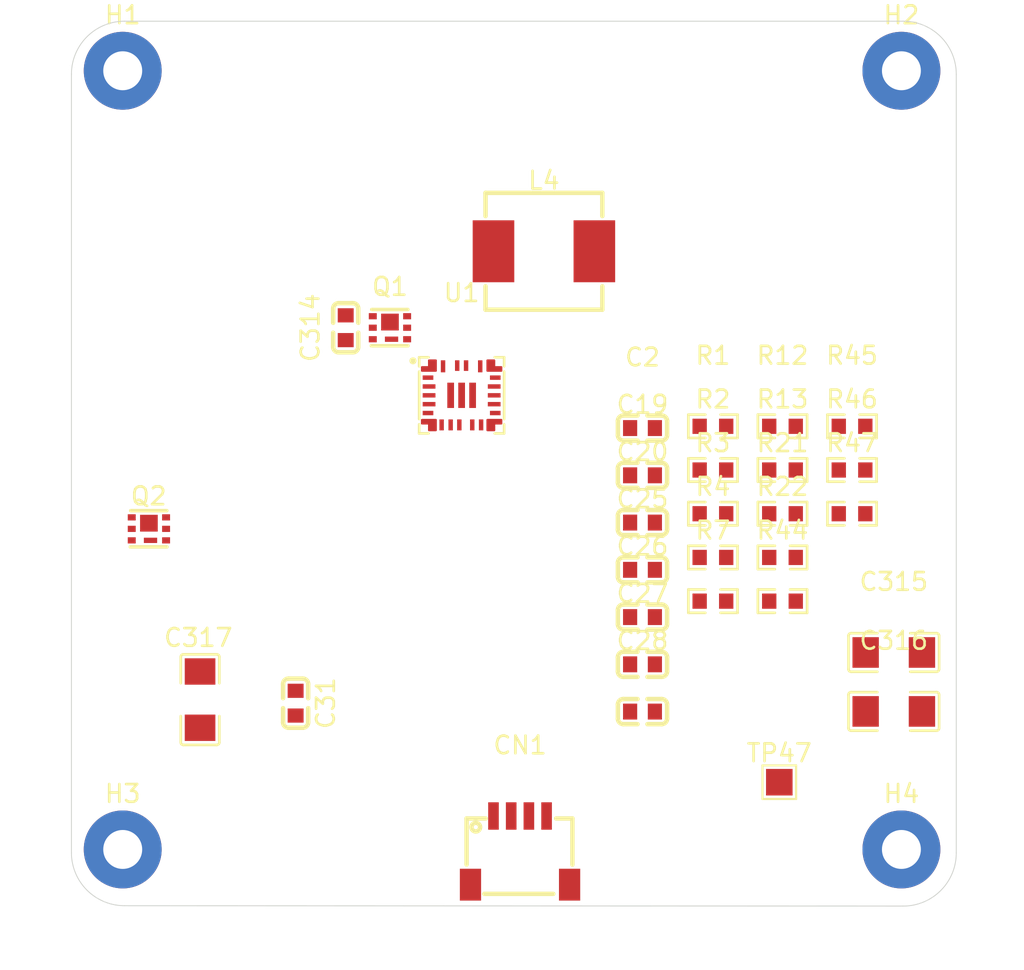
<source format=kicad_pcb>
(kicad_pcb (version 20241229) (generator "pcbnew") (generator_version "9.0")
  (layers (0 "F.Cu" signal) (2 "B.Cu" signal) (13 "F.Paste" user) (15 "B.Paste" user) (5 "F.SilkS" user "F.Silkscreen") (7 "B.SilkS" user "B.Silkscreen") (1 "F.Mask" user) (3 "B.Mask" user) (25 "Edge.Cuts" user))
  (net 0 "")
  (net 1 "/BOOT1")
  (net 2 "/TPS_SW1")
  (net 3 "/TPS_SW2")
  (net 4 "/BOOT2")
  (net 5 "/TPS_EN")
  (net 6 "GND_PURPLE")
  (net 7 "+5V")
  (net 8 "/COMP_TPS")
  (net 9 "Net-(C28-Pad1)")
  (net 10 "/VCC_TPS")
  (net 12 "/PURPLE_TPS_SDA")
  (net 13 "+3V3")
  (net 14 "GND")
  (net 16 "/PURPLE_TPS_SCL")
  (net 17 "/DR1H_R")
  (net 18 "Net-(Q2-G)")
  (net 19 "/DR1H")
  (net 20 "/DR1L")
  (net 21 "/VOUT_PURPLE_TPS")
  (net 22 "/PURPLE_CDC")
  (net 23 "/DITH")
  (net 24 "/TPS_MODE_SEL")
  (net 25 "/FSW")
  (net 26 "/ILIM_TPS")
  (net 27 "/FB_TPS")
  (net 28 "VIN")
  (footprint "TestPoint:TestPoint_Pad_1.5x1.5mm" (layer "F.Cu") (at 85 78)
    (property "Reference" "TP47" (at 0 -1.648 0) (layer "F.SilkS"))
    (property "Value" "TestPoint_Small")
    (fp_line (start -0.95 -0.95) (end 0.95 -0.95) (stroke (width 0.12)) (layer "F.SilkS"))
    (fp_line (start -0.95 0.95) (end -0.95 -0.95) (stroke (width 0.12)) (layer "F.SilkS"))
    (fp_line (start 0.95 -0.95) (end 0.95 0.95) (stroke (width 0.12)) (layer "F.SilkS"))
    (fp_line (start 0.95 0.95) (end -0.95 0.95) (stroke (width 0.12)) (layer "F.SilkS"))
    (pad "1" smd rect (at 0 0) (size 1.5 1.5) (layers "F.Cu" "F.Mask") (net 28 "VIN"))
  )
  (footprint "easyeda2kicad:R0603" (layer "F.Cu") (at 85.18 67.77)
    (property "Reference" "R44" (at 0 -4 0) (layer "F.SilkS"))
    (property "Value" "0603WAF1003T5E")
    (fp_line (start -1.39 -0.66) (end -0.43 -0.66) (stroke (width 0.15)) (layer "F.SilkS"))
    (fp_line (start -1.39 0.66) (end -1.39 -0.66) (stroke (width 0.15)) (layer "F.SilkS"))
    (fp_line (start -0.43 0.66) (end -1.39 0.66) (stroke (width 0.15)) (layer "F.SilkS"))
    (fp_line (start 0.43 0.66) (end 1.39 0.66) (stroke (width 0.15)) (layer "F.SilkS"))
    (fp_line (start 1.39 -0.66) (end 0.43 -0.66) (stroke (width 0.15)) (layer "F.SilkS"))
    (fp_line (start 1.39 0.66) (end 1.39 -0.66) (stroke (width 0.15)) (layer "F.SilkS"))
    (pad "1" smd rect (at -0.75 0) (size 0.81 0.86) (layers "F.Cu" "F.Mask" "F.Paste") (net 6 "GND_PURPLE"))
    (pad "2" smd rect (at 0.75 0) (size 0.81 0.86) (layers "F.Cu" "F.Mask" "F.Paste") (net 5 "/TPS_EN"))
  )
  (footprint "easyeda2kicad:R0603" (layer "F.Cu") (at 89.11 57.89)
    (property "Reference" "R45" (at 0 -4 0) (layer "F.SilkS"))
    (property "Value" "0603WAF1003T5E")
    (fp_line (start -1.39 -0.66) (end -0.43 -0.66) (stroke (width 0.15)) (layer "F.SilkS"))
    (fp_line (start -1.39 0.66) (end -1.39 -0.66) (stroke (width 0.15)) (layer "F.SilkS"))
    (fp_line (start -0.43 0.66) (end -1.39 0.66) (stroke (width 0.15)) (layer "F.SilkS"))
    (fp_line (start 0.43 0.66) (end 1.39 0.66) (stroke (width 0.15)) (layer "F.SilkS"))
    (fp_line (start 1.39 -0.66) (end 0.43 -0.66) (stroke (width 0.15)) (layer "F.SilkS"))
    (fp_line (start 1.39 0.66) (end 1.39 -0.66) (stroke (width 0.15)) (layer "F.SilkS"))
    (pad "1" smd rect (at -0.75 0) (size 0.81 0.86) (layers "F.Cu" "F.Mask" "F.Paste") (net 27 "/FB_TPS"))
    (pad "2" smd rect (at 0.75 0) (size 0.81 0.86) (layers "F.Cu" "F.Mask" "F.Paste") (net 7 "+5V"))
  )
  (footprint "easyeda2kicad:R0603" (layer "F.Cu") (at 81.25 67.77)
    (property "Reference" "R7" (at 0 -4 0) (layer "F.SilkS"))
    (property "Value" "RC0603JR-070RL")
    (fp_line (start -1.39 -0.66) (end -0.43 -0.66) (stroke (width 0.15)) (layer "F.SilkS"))
    (fp_line (start -1.39 0.66) (end -1.39 -0.66) (stroke (width 0.15)) (layer "F.SilkS"))
    (fp_line (start -0.43 0.66) (end -1.39 0.66) (stroke (width 0.15)) (layer "F.SilkS"))
    (fp_line (start 0.43 0.66) (end 1.39 0.66) (stroke (width 0.15)) (layer "F.SilkS"))
    (fp_line (start 1.39 -0.66) (end 0.43 -0.66) (stroke (width 0.15)) (layer "F.SilkS"))
    (fp_line (start 1.39 0.66) (end 1.39 -0.66) (stroke (width 0.15)) (layer "F.SilkS"))
    (pad "1" smd rect (at -0.75 0) (size 0.81 0.86) (layers "F.Cu" "F.Mask" "F.Paste") (net 6 "GND_PURPLE"))
    (pad "2" smd rect (at 0.75 0) (size 0.81 0.86) (layers "F.Cu" "F.Mask" "F.Paste") (net 23 "/DITH"))
  )
  (footprint "easyeda2kicad:C0603" (layer "F.Cu") (at 77.27 71.34)
    (property "Reference" "C27" (at 0 -4 0) (layer "F.SilkS"))
    (property "Value" "CC0603JRNPO9BN390")
    (fp_line (start -1.39 0.4) (end -1.39 -0.4) (stroke (width 0.25)) (layer "F.SilkS"))
    (fp_line (start -0.28 -0.71) (end -1.08 -0.71) (stroke (width 0.25)) (layer "F.SilkS"))
    (fp_line (start -0.28 0.71) (end -1.08 0.71) (stroke (width 0.25)) (layer "F.SilkS"))
    (fp_line (start 0.28 -0.71) (end 1.08 -0.71) (stroke (width 0.25)) (layer "F.SilkS"))
    (fp_line (start 0.28 0.71) (end 1.08 0.71) (stroke (width 0.25)) (layer "F.SilkS"))
    (fp_line (start 1.39 -0.4) (end 1.39 0.4) (stroke (width 0.25)) (layer "F.SilkS"))
    (fp_arc (start -1.39 -0.4) (mid -1.299203 -0.619203) (end -1.08 -0.71) (stroke (width 0.25)) (layer "F.SilkS"))
    (fp_arc (start -1.08 0.71) (mid -1.299203 0.619203) (end -1.39 0.4) (stroke (width 0.25)) (layer "F.SilkS"))
    (fp_arc (start 1.08 -0.71) (mid 1.299203 -0.619203) (end 1.39 -0.4) (stroke (width 0.25)) (layer "F.SilkS"))
    (fp_arc (start 1.39 0.4) (mid 1.299203 0.619203) (end 1.08 0.71) (stroke (width 0.25)) (layer "F.SilkS"))
    (pad "1" smd rect (at -0.7 0) (size 0.8 0.9) (layers "F.Cu" "F.Mask" "F.Paste") (net 6 "GND_PURPLE"))
    (pad "2" smd rect (at 0.7 0) (size 0.8 0.9) (layers "F.Cu" "F.Mask" "F.Paste") (net 8 "/COMP_TPS"))
  )
  (footprint "easyeda2kicad:C0603" (layer "F.Cu") (at 77.27 57.99)
    (property "Reference" "C2" (at 0 -4 0) (layer "F.SilkS"))
    (property "Value" "CC0603KRX7R9BB104")
    (fp_line (start -1.39 0.4) (end -1.39 -0.4) (stroke (width 0.25)) (layer "F.SilkS"))
    (fp_line (start -0.28 -0.71) (end -1.08 -0.71) (stroke (width 0.25)) (layer "F.SilkS"))
    (fp_line (start -0.28 0.71) (end -1.08 0.71) (stroke (width 0.25)) (layer "F.SilkS"))
    (fp_line (start 0.28 -0.71) (end 1.08 -0.71) (stroke (width 0.25)) (layer "F.SilkS"))
    (fp_line (start 0.28 0.71) (end 1.08 0.71) (stroke (width 0.25)) (layer "F.SilkS"))
    (fp_line (start 1.39 -0.4) (end 1.39 0.4) (stroke (width 0.25)) (layer "F.SilkS"))
    (fp_arc (start -1.39 -0.4) (mid -1.299203 -0.619203) (end -1.08 -0.71) (stroke (width 0.25)) (layer "F.SilkS"))
    (fp_arc (start -1.08 0.71) (mid -1.299203 0.619203) (end -1.39 0.4) (stroke (width 0.25)) (layer "F.SilkS"))
    (fp_arc (start 1.08 -0.71) (mid 1.299203 -0.619203) (end 1.39 -0.4) (stroke (width 0.25)) (layer "F.SilkS"))
    (fp_arc (start 1.39 0.4) (mid 1.299203 0.619203) (end 1.08 0.71) (stroke (width 0.25)) (layer "F.SilkS"))
    (pad "1" smd rect (at -0.7 0) (size 0.8 0.9) (layers "F.Cu" "F.Mask" "F.Paste") (net 1 "/BOOT1"))
    (pad "2" smd rect (at 0.7 0) (size 0.8 0.9) (layers "F.Cu" "F.Mask" "F.Paste") (net 2 "/TPS_SW1"))
  )
  (footprint "MountingHole:MountingHole_2.2mm_M2_Pad" (layer "F.Cu") (at 47.9 81.8)
    (property "Reference" "H3" (at 0 -3.15 0) (layer "F.SilkS"))
    (property "Value" "MountingHole_Pad")
    (pad "1" thru_hole circle (at 0 0) (size 4.4 4.4) (drill 2.2) (layers "*.Cu" "*.Mask") (net 14 "GND"))
  )
  (footprint "easyeda2kicad:C0603" (layer "F.Cu") (at 77.27 68.67)
    (property "Reference" "C26" (at 0 -4 0) (layer "F.SilkS"))
    (property "Value" "CL10A105KB8NNNC")
    (fp_line (start -1.39 0.4) (end -1.39 -0.4) (stroke (width 0.25)) (layer "F.SilkS"))
    (fp_line (start -0.28 -0.71) (end -1.08 -0.71) (stroke (width 0.25)) (layer "F.SilkS"))
    (fp_line (start -0.28 0.71) (end -1.08 0.71) (stroke (width 0.25)) (layer "F.SilkS"))
    (fp_line (start 0.28 -0.71) (end 1.08 -0.71) (stroke (width 0.25)) (layer "F.SilkS"))
    (fp_line (start 0.28 0.71) (end 1.08 0.71) (stroke (width 0.25)) (layer "F.SilkS"))
    (fp_line (start 1.39 -0.4) (end 1.39 0.4) (stroke (width 0.25)) (layer "F.SilkS"))
    (fp_arc (start -1.39 -0.4) (mid -1.299203 -0.619203) (end -1.08 -0.71) (stroke (width 0.25)) (layer "F.SilkS"))
    (fp_arc (start -1.08 0.71) (mid -1.299203 0.619203) (end -1.39 0.4) (stroke (width 0.25)) (layer "F.SilkS"))
    (fp_arc (start 1.08 -0.71) (mid 1.299203 -0.619203) (end 1.39 -0.4) (stroke (width 0.25)) (layer "F.SilkS"))
    (fp_arc (start 1.39 0.4) (mid 1.299203 0.619203) (end 1.08 0.71) (stroke (width 0.25)) (layer "F.SilkS"))
    (pad "1" smd rect (at -0.7 0) (size 0.8 0.9) (layers "F.Cu" "F.Mask" "F.Paste") (net 6 "GND_PURPLE"))
    (pad "2" smd rect (at 0.7 0) (size 0.8 0.9) (layers "F.Cu" "F.Mask" "F.Paste") (net 7 "+5V"))
  )
  (footprint "easyeda2kicad:C0603" (layer "F.Cu") (at 57.67 73.535 -90)
    (property "Reference" "C31" (at 0 -1.7 90) (layer "F.SilkS"))
    (property "Value" "CL10A475KO8NNNC")
    (fp_line (start -0.28 0.71) (end -1.08 0.71) (stroke (width 0.25)) (layer "F.SilkS"))
    (fp_line (start 0.28 0.71) (end 1.08 0.71) (stroke (width 0.25)) (layer "F.SilkS"))
    (fp_line (start -1.39 0.4) (end -1.39 -0.4) (stroke (width 0.25)) (layer "F.SilkS"))
    (fp_line (start 1.39 -0.4) (end 1.39 0.4) (stroke (width 0.25)) (layer "F.SilkS"))
    (fp_line (start -0.28 -0.71) (end -1.08 -0.71) (stroke (width 0.25)) (layer "F.SilkS"))
    (fp_line (start 0.28 -0.71) (end 1.08 -0.71) (stroke (width 0.25)) (layer "F.SilkS"))
    (fp_arc (start -1.08 0.71) (mid -1.299203 0.619203) (end -1.39 0.4) (stroke (width 0.25)) (layer "F.SilkS"))
    (fp_arc (start 1.39 0.4) (mid 1.299203 0.619203) (end 1.08 0.71) (stroke (width 0.25)) (layer "F.SilkS"))
    (fp_arc (start -1.39 -0.4) (mid -1.299203 -0.619203) (end -1.08 -0.71) (stroke (width 0.25)) (layer "F.SilkS"))
    (fp_arc (start 1.08 -0.71) (mid 1.299203 -0.619203) (end 1.39 -0.4) (stroke (width 0.25)) (layer "F.SilkS"))
    (pad "1" smd rect (at -0.7 0 270) (size 0.8 0.9) (layers "F.Cu" "F.Mask" "F.Paste") (net 10 "/VCC_TPS"))
    (pad "2" smd rect (at 0.7 0 270) (size 0.8 0.9) (layers "F.Cu" "F.Mask" "F.Paste") (net 6 "GND_PURPLE"))
  )
  (footprint "easyeda2kicad:R0603" (layer "F.Cu") (at 85.18 65.3)
    (property "Reference" "R22" (at 0 -4 0) (layer "F.SilkS"))
    (property "Value" "RT0603BRD07113KL")
    (fp_line (start -1.39 -0.66) (end -0.43 -0.66) (stroke (width 0.15)) (layer "F.SilkS"))
    (fp_line (start -1.39 0.66) (end -1.39 -0.66) (stroke (width 0.15)) (layer "F.SilkS"))
    (fp_line (start -0.43 0.66) (end -1.39 0.66) (stroke (width 0.15)) (layer "F.SilkS"))
    (fp_line (start 0.43 0.66) (end 1.39 0.66) (stroke (width 0.15)) (layer "F.SilkS"))
    (fp_line (start 1.39 -0.66) (end 0.43 -0.66) (stroke (width 0.15)) (layer "F.SilkS"))
    (fp_line (start 1.39 0.66) (end 1.39 -0.66) (stroke (width 0.15)) (layer "F.SilkS"))
    (pad "1" smd rect (at -0.75 0) (size 0.81 0.86) (layers "F.Cu" "F.Mask" "F.Paste") (net 6 "GND_PURPLE"))
    (pad "2" smd rect (at 0.75 0) (size 0.81 0.86) (layers "F.Cu" "F.Mask" "F.Paste") (net 9 "Net-(C28-Pad1)"))
  )
  (footprint "MountingHole:MountingHole_2.2mm_M2_Pad" (layer "F.Cu") (at 91.9 81.8)
    (property "Reference" "H4" (at 0 -3.15 0) (layer "F.SilkS"))
    (property "Value" "MountingHole_Pad")
    (pad "1" thru_hole circle (at 0 0) (size 4.4 4.4) (drill 2.2) (layers "*.Cu" "*.Mask") (net 14 "GND"))
  )
  (footprint "easyeda2kicad:R0603" (layer "F.Cu") (at 81.25 60.36)
    (property "Reference" "R2" (at 0 -4 0) (layer "F.SilkS"))
    (property "Value" "FRC0603J1R0 TS")
    (fp_line (start -1.39 -0.66) (end -0.43 -0.66) (stroke (width 0.15)) (layer "F.SilkS"))
    (fp_line (start -1.39 0.66) (end -1.39 -0.66) (stroke (width 0.15)) (layer "F.SilkS"))
    (fp_line (start -0.43 0.66) (end -1.39 0.66) (stroke (width 0.15)) (layer "F.SilkS"))
    (fp_line (start 0.43 0.66) (end 1.39 0.66) (stroke (width 0.15)) (layer "F.SilkS"))
    (fp_line (start 1.39 -0.66) (end 0.43 -0.66) (stroke (width 0.15)) (layer "F.SilkS"))
    (fp_line (start 1.39 0.66) (end 1.39 -0.66) (stroke (width 0.15)) (layer "F.SilkS"))
    (pad "1" smd rect (at -0.75 0) (size 0.81 0.86) (layers "F.Cu" "F.Mask" "F.Paste") (net 20 "/DR1L"))
    (pad "2" smd rect (at 0.75 0) (size 0.81 0.86) (layers "F.Cu" "F.Mask" "F.Paste") (net 18 "Net-(Q2-G)"))
  )
  (footprint "easyeda2kicad:WSON-6_L2.0-W2.0-P0.65-TL_CSD19538Q2" (layer "F.Cu") (at 63 52.32)
    (property "Reference" "Q1" (at 0 -2.32 0) (layer "F.SilkS"))
    (property "Value" "CSD17318Q2")
    (fp_line (start -1.05 1.02) (end 1.02 1.02) (stroke (width 0.2)) (layer "F.SilkS"))
    (fp_line (start -1.03 -1.03) (end 1.01 -1.03) (stroke (width 0.2)) (layer "F.SilkS"))
    (pad "1" smd rect (at -0.97 -0.65 90) (size 0.35 0.45) (layers "F.Cu" "F.Mask" "F.Paste") (net 28 "VIN"))
    (pad "2" smd rect (at -0.97 0 90) (size 0.35 0.45) (layers "F.Cu" "F.Mask" "F.Paste") (net 28 "VIN"))
    (pad "3" smd rect (at -0.97 0.65 90) (size 0.35 0.45) (layers "F.Cu" "F.Mask" "F.Paste") (net 17 "/DR1H_R"))
    (pad "4" smd rect (at 0.97 0.65 90) (size 0.35 0.45) (layers "F.Cu" "F.Mask" "F.Paste") (net 2 "/TPS_SW1"))
    (pad "5" smd rect (at 0.97 0 90) (size 0.35 0.45) (layers "F.Cu" "F.Mask" "F.Paste") (net 28 "VIN"))
    (pad "6" smd rect (at 0.97 -0.65 90) (size 0.35 0.45) (layers "F.Cu" "F.Mask" "F.Paste") (net 28 "VIN"))
    (pad "7" smd rect (at 0.09 0.65 90) (size 0.3 0.75) (layers "F.Cu" "F.Mask" "F.Paste") (net 2 "/TPS_SW1"))
    (pad "8" smd rect (at 0 -0.32 90) (size 0.95 1) (layers "F.Cu" "F.Mask" "F.Paste") (net 28 "VIN"))
  )
  (footprint "easyeda2kicad:R0603" (layer "F.Cu") (at 81.25 62.83)
    (property "Reference" "R3" (at 0 -4 0) (layer "F.SilkS"))
    (property "Value" "RC0603JR-070RL")
    (fp_line (start -1.39 -0.66) (end -0.43 -0.66) (stroke (width 0.15)) (layer "F.SilkS"))
    (fp_line (start -1.39 0.66) (end -1.39 -0.66) (stroke (width 0.15)) (layer "F.SilkS"))
    (fp_line (start -0.43 0.66) (end -1.39 0.66) (stroke (width 0.15)) (layer "F.SilkS"))
    (fp_line (start 0.43 0.66) (end 1.39 0.66) (stroke (width 0.15)) (layer "F.SilkS"))
    (fp_line (start 1.39 -0.66) (end 0.43 -0.66) (stroke (width 0.15)) (layer "F.SilkS"))
    (fp_line (start 1.39 0.66) (end 1.39 -0.66) (stroke (width 0.15)) (layer "F.SilkS"))
    (pad "1" smd rect (at -0.75 0) (size 0.81 0.86) (layers "F.Cu" "F.Mask" "F.Paste") (net 21 "/VOUT_PURPLE_TPS"))
    (pad "2" smd rect (at 0.75 0) (size 0.81 0.86) (layers "F.Cu" "F.Mask" "F.Paste") (net 7 "+5V"))
  )
  (footprint "easyeda2kicad:C0603" (layer "F.Cu") (at 77.27 66)
    (property "Reference" "C25" (at 0 -4 0) (layer "F.SilkS"))
    (property "Value" "CL10A105KB8NNNC")
    (fp_line (start -1.39 0.4) (end -1.39 -0.4) (stroke (width 0.25)) (layer "F.SilkS"))
    (fp_line (start -0.28 -0.71) (end -1.08 -0.71) (stroke (width 0.25)) (layer "F.SilkS"))
    (fp_line (start -0.28 0.71) (end -1.08 0.71) (stroke (width 0.25)) (layer "F.SilkS"))
    (fp_line (start 0.28 -0.71) (end 1.08 -0.71) (stroke (width 0.25)) (layer "F.SilkS"))
    (fp_line (start 0.28 0.71) (end 1.08 0.71) (stroke (width 0.25)) (layer "F.SilkS"))
    (fp_line (start 1.39 -0.4) (end 1.39 0.4) (stroke (width 0.25)) (layer "F.SilkS"))
    (fp_arc (start -1.39 -0.4) (mid -1.299203 -0.619203) (end -1.08 -0.71) (stroke (width 0.25)) (layer "F.SilkS"))
    (fp_arc (start -1.08 0.71) (mid -1.299203 0.619203) (end -1.39 0.4) (stroke (width 0.25)) (layer "F.SilkS"))
    (fp_arc (start 1.08 -0.71) (mid 1.299203 -0.619203) (end 1.39 -0.4) (stroke (width 0.25)) (layer "F.SilkS"))
    (fp_arc (start 1.39 0.4) (mid 1.299203 0.619203) (end 1.08 0.71) (stroke (width 0.25)) (layer "F.SilkS"))
    (pad "1" smd rect (at -0.7 0) (size 0.8 0.9) (layers "F.Cu" "F.Mask" "F.Paste") (net 6 "GND_PURPLE"))
    (pad "2" smd rect (at 0.7 0) (size 0.8 0.9) (layers "F.Cu" "F.Mask" "F.Paste") (net 28 "VIN"))
  )
  (footprint "easyeda2kicad:R0603" (layer "F.Cu") (at 85.18 57.89)
    (property "Reference" "R12" (at 0 -4 0) (layer "F.SilkS"))
    (property "Value" "RC0603JR-070RL")
    (fp_line (start -1.39 -0.66) (end -0.43 -0.66) (stroke (width 0.15)) (layer "F.SilkS"))
    (fp_line (start -1.39 0.66) (end -1.39 -0.66) (stroke (width 0.15)) (layer "F.SilkS"))
    (fp_line (start -0.43 0.66) (end -1.39 0.66) (stroke (width 0.15)) (layer "F.SilkS"))
    (fp_line (start 0.43 0.66) (end 1.39 0.66) (stroke (width 0.15)) (layer "F.SilkS"))
    (fp_line (start 1.39 -0.66) (end 0.43 -0.66) (stroke (width 0.15)) (layer "F.SilkS"))
    (fp_line (start 1.39 0.66) (end 1.39 -0.66) (stroke (width 0.15)) (layer "F.SilkS"))
    (pad "1" smd rect (at -0.75 0) (size 0.81 0.86) (layers "F.Cu" "F.Mask" "F.Paste") (net 6 "GND_PURPLE"))
    (pad "2" smd rect (at 0.75 0) (size 0.81 0.86) (layers "F.Cu" "F.Mask" "F.Paste") (net 24 "/TPS_MODE_SEL"))
  )
  (footprint "easyeda2kicad:C1206" (layer "F.Cu") (at 52.27 73.335 -90)
    (property "Reference" "C317" (at -3.5 0.1 180) (layer "F.SilkS"))
    (property "Value" "CL31A226KAHNNNE")
    (fp_line (start -0.93 1.09) (end -2.41 1.09) (stroke (width 0.15)) (layer "F.SilkS"))
    (fp_line (start 0.93 1.09) (end 2.41 1.09) (stroke (width 0.15)) (layer "F.SilkS"))
    (fp_line (start -2.56 0.94) (end -2.56 -0.94) (stroke (width 0.15)) (layer "F.SilkS"))
    (fp_line (start 2.56 0.94) (end 2.56 -0.94) (stroke (width 0.15)) (layer "F.SilkS"))
    (fp_line (start -2.41 -1.09) (end -0.93 -1.09) (stroke (width 0.15)) (layer "F.SilkS"))
    (fp_line (start 2.41 -1.09) (end 0.93 -1.09) (stroke (width 0.15)) (layer "F.SilkS"))
    (fp_arc (start -2.41 1.09) (mid -2.516066 1.046066) (end -2.56 0.94) (stroke (width 0.15)) (layer "F.SilkS"))
    (fp_arc (start 2.56 0.94) (mid 2.516066 1.046066) (end 2.41 1.09) (stroke (width 0.15)) (layer "F.SilkS"))
    (fp_arc (start -2.56 -0.94) (mid -2.516066 -1.046066) (end -2.41 -1.09) (stroke (width 0.15)) (layer "F.SilkS"))
    (fp_arc (start 2.41 -1.09) (mid 2.516066 -1.046066) (end 2.56 -0.94) (stroke (width 0.15)) (layer "F.SilkS"))
    (pad "1" smd rect (at -1.59 0 270) (size 1.49 1.73) (layers "F.Cu" "F.Mask" "F.Paste") (net 6 "GND_PURPLE"))
    (pad "2" smd rect (at 1.59 0 270) (size 1.49 1.73) (layers "F.Cu" "F.Mask" "F.Paste") (net 7 "+5V"))
  )
  (footprint "easyeda2kicad:R0603" (layer "F.Cu") (at 89.11 62.83)
    (property "Reference" "R47" (at 0 -4 0) (layer "F.SilkS"))
    (property "Value" "FRC0603F2213TS")
    (fp_line (start -1.39 -0.66) (end -0.43 -0.66) (stroke (width 0.15)) (layer "F.SilkS"))
    (fp_line (start -1.39 0.66) (end -1.39 -0.66) (stroke (width 0.15)) (layer "F.SilkS"))
    (fp_line (start -0.43 0.66) (end -1.39 0.66) (stroke (width 0.15)) (layer "F.SilkS"))
    (fp_line (start 0.43 0.66) (end 1.39 0.66) (stroke (width 0.15)) (layer "F.SilkS"))
    (fp_line (start 1.39 -0.66) (end 0.43 -0.66) (stroke (width 0.15)) (layer "F.SilkS"))
    (fp_line (start 1.39 0.66) (end 1.39 -0.66) (stroke (width 0.15)) (layer "F.SilkS"))
    (pad "1" smd rect (at -0.75 0) (size 0.81 0.86) (layers "F.Cu" "F.Mask" "F.Paste") (net 5 "/TPS_EN"))
    (pad "2" smd rect (at 0.75 0) (size 0.81 0.86) (layers "F.Cu" "F.Mask" "F.Paste") (net 28 "VIN"))
  )
  (footprint "easyeda2kicad:C0603" (layer "F.Cu") (at 60.5 52.32 90)
    (property "Reference" "C314" (at 0 -2 90) (layer "F.SilkS"))
    (property "Value" "CL10A226MO7JZNC")
    (fp_line (start 0.28 -0.71) (end 1.08 -0.71) (stroke (width 0.25)) (layer "F.SilkS"))
    (fp_line (start -0.28 -0.71) (end -1.08 -0.71) (stroke (width 0.25)) (layer "F.SilkS"))
    (fp_line (start 1.39 -0.4) (end 1.39 0.4) (stroke (width 0.25)) (layer "F.SilkS"))
    (fp_line (start -1.39 0.4) (end -1.39 -0.4) (stroke (width 0.25)) (layer "F.SilkS"))
    (fp_line (start 0.28 0.71) (end 1.08 0.71) (stroke (width 0.25)) (layer "F.SilkS"))
    (fp_line (start -0.28 0.71) (end -1.08 0.71) (stroke (width 0.25)) (layer "F.SilkS"))
    (fp_arc (start 1.08 -0.71) (mid 1.299203 -0.619203) (end 1.39 -0.4) (stroke (width 0.25)) (layer "F.SilkS"))
    (fp_arc (start -1.39 -0.4) (mid -1.299203 -0.619203) (end -1.08 -0.71) (stroke (width 0.25)) (layer "F.SilkS"))
    (fp_arc (start 1.39 0.4) (mid 1.299203 0.619203) (end 1.08 0.71) (stroke (width 0.25)) (layer "F.SilkS"))
    (fp_arc (start -1.08 0.71) (mid -1.299203 0.619203) (end -1.39 0.4) (stroke (width 0.25)) (layer "F.SilkS"))
    (pad "1" smd rect (at -0.7 0 90) (size 0.8 0.9) (layers "F.Cu" "F.Mask" "F.Paste") (net 6 "GND_PURPLE"))
    (pad "2" smd rect (at 0.7 0 90) (size 0.8 0.9) (layers "F.Cu" "F.Mask" "F.Paste") (net 28 "VIN"))
  )
  (footprint "easyeda2kicad:R0603" (layer "F.Cu") (at 89.11 60.36)
    (property "Reference" "R46" (at 0 -4 0) (layer "F.SilkS"))
    (property "Value" "FRC0603F6041TS")
    (fp_line (start -1.39 -0.66) (end -0.43 -0.66) (stroke (width 0.15)) (layer "F.SilkS"))
    (fp_line (start -1.39 0.66) (end -1.39 -0.66) (stroke (width 0.15)) (layer "F.SilkS"))
    (fp_line (start -0.43 0.66) (end -1.39 0.66) (stroke (width 0.15)) (layer "F.SilkS"))
    (fp_line (start 0.43 0.66) (end 1.39 0.66) (stroke (width 0.15)) (layer "F.SilkS"))
    (fp_line (start 1.39 -0.66) (end 0.43 -0.66) (stroke (width 0.15)) (layer "F.SilkS"))
    (fp_line (start 1.39 0.66) (end 1.39 -0.66) (stroke (width 0.15)) (layer "F.SilkS"))
    (pad "1" smd rect (at -0.75 0) (size 0.81 0.86) (layers "F.Cu" "F.Mask" "F.Paste") (net 6 "GND_PURPLE"))
    (pad "2" smd rect (at 0.75 0) (size 0.81 0.86) (layers "F.Cu" "F.Mask" "F.Paste") (net 27 "/FB_TPS"))
  )
  (footprint "easyeda2kicad:C0603" (layer "F.Cu") (at 77.27 63.33)
    (property "Reference" "C20" (at 0 -4 0) (layer "F.SilkS"))
    (property "Value" "CC0603KRX7R9BB104")
    (fp_line (start -1.39 0.4) (end -1.39 -0.4) (stroke (width 0.25)) (layer "F.SilkS"))
    (fp_line (start -0.28 -0.71) (end -1.08 -0.71) (stroke (width 0.25)) (layer "F.SilkS"))
    (fp_line (start -0.28 0.71) (end -1.08 0.71) (stroke (width 0.25)) (layer "F.SilkS"))
    (fp_line (start 0.28 -0.71) (end 1.08 -0.71) (stroke (width 0.25)) (layer "F.SilkS"))
    (fp_line (start 0.28 0.71) (end 1.08 0.71) (stroke (width 0.25)) (layer "F.SilkS"))
    (fp_line (start 1.39 -0.4) (end 1.39 0.4) (stroke (width 0.25)) (layer "F.SilkS"))
    (fp_arc (start -1.39 -0.4) (mid -1.299203 -0.619203) (end -1.08 -0.71) (stroke (width 0.25)) (layer "F.SilkS"))
    (fp_arc (start -1.08 0.71) (mid -1.299203 0.619203) (end -1.39 0.4) (stroke (width 0.25)) (layer "F.SilkS"))
    (fp_arc (start 1.08 -0.71) (mid 1.299203 -0.619203) (end 1.39 -0.4) (stroke (width 0.25)) (layer "F.SilkS"))
    (fp_arc (start 1.39 0.4) (mid 1.299203 0.619203) (end 1.08 0.71) (stroke (width 0.25)) (layer "F.SilkS"))
    (pad "1" smd rect (at -0.7 0) (size 0.8 0.9) (layers "F.Cu" "F.Mask" "F.Paste") (net 6 "GND_PURPLE"))
    (pad "2" smd rect (at 0.7 0) (size 0.8 0.9) (layers "F.Cu" "F.Mask" "F.Paste") (net 5 "/TPS_EN"))
  )
  (footprint "easyeda2kicad:C0603" (layer "F.Cu") (at 77.27 74.01)
    (property "Reference" "C28" (at 0 -4 0) (layer "F.SilkS"))
    (property "Value" "CL10B222KB8NNNC")
    (fp_line (start -1.39 0.4) (end -1.39 -0.4) (stroke (width 0.25)) (layer "F.SilkS"))
    (fp_line (start -0.28 -0.71) (end -1.08 -0.71) (stroke (width 0.25)) (layer "F.SilkS"))
    (fp_line (start -0.28 0.71) (end -1.08 0.71) (stroke (width 0.25)) (layer "F.SilkS"))
    (fp_line (start 0.28 -0.71) (end 1.08 -0.71) (stroke (width 0.25)) (layer "F.SilkS"))
    (fp_line (start 0.28 0.71) (end 1.08 0.71) (stroke (width 0.25)) (layer "F.SilkS"))
    (fp_line (start 1.39 -0.4) (end 1.39 0.4) (stroke (width 0.25)) (layer "F.SilkS"))
    (fp_arc (start -1.39 -0.4) (mid -1.299203 -0.619203) (end -1.08 -0.71) (stroke (width 0.25)) (layer "F.SilkS"))
    (fp_arc (start -1.08 0.71) (mid -1.299203 0.619203) (end -1.39 0.4) (stroke (width 0.25)) (layer "F.SilkS"))
    (fp_arc (start 1.08 -0.71) (mid 1.299203 -0.619203) (end 1.39 -0.4) (stroke (width 0.25)) (layer "F.SilkS"))
    (fp_arc (start 1.39 0.4) (mid 1.299203 0.619203) (end 1.08 0.71) (stroke (width 0.25)) (layer "F.SilkS"))
    (pad "1" smd rect (at -0.7 0) (size 0.8 0.9) (layers "F.Cu" "F.Mask" "F.Paste") (net 9 "Net-(C28-Pad1)"))
    (pad "2" smd rect (at 0.7 0) (size 0.8 0.9) (layers "F.Cu" "F.Mask" "F.Paste") (net 8 "/COMP_TPS"))
  )
  (footprint "easyeda2kicad:IND-SMD_L7.2-W6.6_GPSR07X0" (layer "F.Cu") (at 71.7 48)
    (property "Reference" "L4" (at 0 -4 0) (layer "F.SilkS"))
    (property "Value" "CYA0630-4.7UH")
    (fp_line (start -3.3 -3.3) (end -3.3 -1.99) (stroke (width 0.25)) (layer "F.SilkS"))
    (fp_line (start -3.3 -3.3) (end 3.3 -3.3) (stroke (width 0.25)) (layer "F.SilkS"))
    (fp_line (start -3.3 1.98) (end -3.3 3.3) (stroke (width 0.25)) (layer "F.SilkS"))
    (fp_line (start -3.3 3.3) (end 3.3 3.3) (stroke (width 0.25)) (layer "F.SilkS"))
    (fp_line (start 3.3 -3.3) (end 3.3 -1.99) (stroke (width 0.25)) (layer "F.SilkS"))
    (fp_line (start 3.3 1.98) (end 3.3 3.3) (stroke (width 0.25)) (layer "F.SilkS"))
    (pad "1" smd rect (at -2.85 0) (size 2.35 3.5) (layers "F.Cu" "F.Mask" "F.Paste") (net 2 "/TPS_SW1"))
    (pad "2" smd rect (at 2.85 0) (size 2.35 3.5) (layers "F.Cu" "F.Mask" "F.Paste") (net 3 "/TPS_SW2"))
  )
  (footprint "MountingHole:MountingHole_2.2mm_M2_Pad" (layer "F.Cu") (at 47.9 37.8)
    (property "Reference" "H1" (at 0 -3.15 0) (layer "F.SilkS"))
    (property "Value" "MountingHole_Pad")
    (pad "1" thru_hole circle (at 0 0) (size 4.4 4.4) (drill 2.2) (layers "*.Cu" "*.Mask") (net 14 "GND"))
  )
  (footprint "MountingHole:MountingHole_2.2mm_M2_Pad" (layer "F.Cu") (at 91.9 37.8)
    (property "Reference" "H2" (at 0 -3.15 0) (layer "F.SilkS"))
    (property "Value" "MountingHole_Pad")
    (pad "1" thru_hole circle (at 0 0) (size 4.4 4.4) (drill 2.2) (layers "*.Cu" "*.Mask") (net 14 "GND"))
  )
  (footprint "easyeda2kicad:R0603" (layer "F.Cu") (at 85.18 62.83)
    (property "Reference" "R21" (at 0 -4 0) (layer "F.SilkS"))
    (property "Value" "CRCW060342K2FKEA")
    (fp_line (start -1.39 -0.66) (end -0.43 -0.66) (stroke (width 0.15)) (layer "F.SilkS"))
    (fp_line (start -1.39 0.66) (end -1.39 -0.66) (stroke (width 0.15)) (layer "F.SilkS"))
    (fp_line (start -0.43 0.66) (end -1.39 0.66) (stroke (width 0.15)) (layer "F.SilkS"))
    (fp_line (start 0.43 0.66) (end 1.39 0.66) (stroke (width 0.15)) (layer "F.SilkS"))
    (fp_line (start 1.39 -0.66) (end 0.43 -0.66) (stroke (width 0.15)) (layer "F.SilkS"))
    (fp_line (start 1.39 0.66) (end 1.39 -0.66) (stroke (width 0.15)) (layer "F.SilkS"))
    (pad "1" smd rect (at -0.75 0) (size 0.81 0.86) (layers "F.Cu" "F.Mask" "F.Paste") (net 6 "GND_PURPLE"))
    (pad "2" smd rect (at 0.75 0) (size 0.81 0.86) (layers "F.Cu" "F.Mask" "F.Paste") (net 26 "/ILIM_TPS"))
  )
  (footprint "easyeda2kicad:R0603" (layer "F.Cu") (at 81.25 65.3)
    (property "Reference" "R4" (at 0 -4 0) (layer "F.SilkS"))
    (property "Value" "RC0603JR-070RL")
    (fp_line (start -1.39 -0.66) (end -0.43 -0.66) (stroke (width 0.15)) (layer "F.SilkS"))
    (fp_line (start -1.39 0.66) (end -1.39 -0.66) (stroke (width 0.15)) (layer "F.SilkS"))
    (fp_line (start -0.43 0.66) (end -1.39 0.66) (stroke (width 0.15)) (layer "F.SilkS"))
    (fp_line (start 0.43 0.66) (end 1.39 0.66) (stroke (width 0.15)) (layer "F.SilkS"))
    (fp_line (start 1.39 -0.66) (end 0.43 -0.66) (stroke (width 0.15)) (layer "F.SilkS"))
    (fp_line (start 1.39 0.66) (end 1.39 -0.66) (stroke (width 0.15)) (layer "F.SilkS"))
    (pad "1" smd rect (at -0.75 0) (size 0.81 0.86) (layers "F.Cu" "F.Mask" "F.Paste") (net 6 "GND_PURPLE"))
    (pad "2" smd rect (at 0.75 0) (size 0.81 0.86) (layers "F.Cu" "F.Mask" "F.Paste") (net 22 "/PURPLE_CDC"))
  )
  (footprint "easyeda2kicad:R0603" (layer "F.Cu") (at 81.25 57.89)
    (property "Reference" "R1" (at 0 -4 0) (layer "F.SilkS"))
    (property "Value" "FRC0603J1R0 TS")
    (fp_line (start -1.39 -0.66) (end -0.43 -0.66) (stroke (width 0.15)) (layer "F.SilkS"))
    (fp_line (start -1.39 0.66) (end -1.39 -0.66) (stroke (width 0.15)) (layer "F.SilkS"))
    (fp_line (start -0.43 0.66) (end -1.39 0.66) (stroke (width 0.15)) (layer "F.SilkS"))
    (fp_line (start 0.43 0.66) (end 1.39 0.66) (stroke (width 0.15)) (layer "F.SilkS"))
    (fp_line (start 1.39 -0.66) (end 0.43 -0.66) (stroke (width 0.15)) (layer "F.SilkS"))
    (fp_line (start 1.39 0.66) (end 1.39 -0.66) (stroke (width 0.15)) (layer "F.SilkS"))
    (pad "1" smd rect (at -0.75 0) (size 0.81 0.86) (layers "F.Cu" "F.Mask" "F.Paste") (net 17 "/DR1H_R"))
    (pad "2" smd rect (at 0.75 0) (size 0.81 0.86) (layers "F.Cu" "F.Mask" "F.Paste") (net 19 "/DR1H"))
  )
  (footprint "easyeda2kicad:VQFN-HR-26_L4.0-W3.5_TPS55288RPMR" (layer "F.Cu") (at 67.05 56.14)
    (property "Reference" "U1" (at 0 -5.79 0) (layer "F.SilkS"))
    (property "Value" "TPS55288RPMR")
    (fp_line (start -2.4 -2.15) (end -2.4 -1.64) (stroke (width 0.15)) (layer "F.SilkS"))
    (fp_line (start -2.4 -1.34) (end -2.4 1.34) (stroke (width 0.15)) (layer "F.SilkS"))
    (fp_line (start -2.4 1.64) (end -2.4 2.15) (stroke (width 0.15)) (layer "F.SilkS"))
    (fp_line (start -2.4 2.15) (end -1.87 2.15) (stroke (width 0.15)) (layer "F.SilkS"))
    (fp_line (start -1.87 -2.15) (end -2.4 -2.15) (stroke (width 0.15)) (layer "F.SilkS"))
    (fp_line (start 1.87 2.15) (end 2.4 2.15) (stroke (width 0.15)) (layer "F.SilkS"))
    (fp_line (start 2.4 -2.15) (end 1.87 -2.15) (stroke (width 0.15)) (layer "F.SilkS"))
    (fp_line (start 2.4 -1.64) (end 2.4 -2.15) (stroke (width 0.15)) (layer "F.SilkS"))
    (fp_line (start 2.4 1.34) (end 2.4 -1.34) (stroke (width 0.15)) (layer "F.SilkS"))
    (fp_line (start 2.4 2.15) (end 2.4 1.64) (stroke (width 0.15)) (layer "F.SilkS"))
    (fp_circle (center -2.75 -1.95) (end -2.65 -1.95) (stroke (width 0.2)) (fill no) (layer "F.SilkS"))
    (pad "1" smd custom (at -1.85 -1.79) (size 0.01 0.01) (layers "F.Cu" "F.Mask" "F.Paste") (net 20 "/DR1L") (options (clearance outline) (anchor circle)) (primitives (gr_poly (pts (xy 0.4 0.41) (xy 0.4 -0.19) (xy 0 -0.19) (xy 0 0.19) (xy -0.4 0.19) (xy -0.4 0.41)) (width 0.1) (fill yes))))
    (pad "2" smd rect (at -1.9 -1) (size 0.6 0.25) (layers "F.Cu" "F.Mask" "F.Paste") (net 19 "/DR1H"))
    (pad "3" smd rect (at -1.84 -0.5) (size 0.72 0.25) (layers "F.Cu" "F.Mask" "F.Paste") (net 28 "VIN"))
    (pad "4" smd rect (at -1.84 0) (size 0.72 0.25) (layers "F.Cu" "F.Mask" "F.Paste") (net 5 "/TPS_EN"))
    (pad "5" smd rect (at -1.84 0.5) (size 0.72 0.25) (layers "F.Cu" "F.Mask" "F.Paste") (net 16 "/PURPLE_TPS_SCL"))
    (pad "6" smd rect (at -1.9 1) (size 0.6 0.25) (layers "F.Cu" "F.Mask" "F.Paste") (net 12 "/PURPLE_TPS_SDA"))
    (pad "7" smd custom (at -1.85 1.79) (size 0.01 0.01) (layers "F.Cu" "F.Mask" "F.Paste") (net 23 "/DITH") (options (clearance outline) (anchor circle)) (primitives (gr_poly (pts (xy 0.4 -0.41) (xy 0.4 0.19) (xy 0 0.19) (xy 0 -0.19) (xy -0.4 -0.19) (xy -0.4 -0.41)) (width 0.1) (fill yes))))
    (pad "8" smd rect (at -1.13 1.67) (size 0.25 0.62) (layers "F.Cu" "F.Mask" "F.Paste") (net 25 "/FSW"))
    (pad "9" smd rect (at -0.62 1.67) (size 0.25 0.62) (layers "F.Cu" "F.Mask" "F.Paste") (net 6 "GND_PURPLE"))
    (pad "10" smd rect (at -0.13 1.67) (size 0.25 0.62) (layers "F.Cu" "F.Mask" "F.Paste") (net 6 "GND_PURPLE"))
    (pad "11" smd rect (at 0.6 1.67) (size 0.25 0.62) (layers "F.Cu" "F.Mask" "F.Paste") (net 21 "/VOUT_PURPLE_TPS"))
    (pad "12" smd rect (at 1.1 1.67) (size 0.25 0.62) (layers "F.Cu" "F.Mask" "F.Paste") (net 21 "/VOUT_PURPLE_TPS"))
    (pad "13" smd custom (at 1.85 1.79) (size 0.01 0.01) (layers "F.Cu" "F.Mask" "F.Paste") (net 7 "+5V") (options (clearance outline) (anchor circle)) (primitives (gr_poly (pts (xy -0.4 -0.41) (xy -0.4 0.19) (xy 0 0.19) (xy 0 -0.19) (xy 0.4 -0.19) (xy 0.4 -0.41)) (width 0.1) (fill yes))))
    (pad "14" smd rect (at 1.9 1) (size 0.6 0.25) (layers "F.Cu" "F.Mask" "F.Paste") (net 27 "/FB_TPS"))
    (pad "15" smd rect (at 1.84 0.5) (size 0.72 0.25) (layers "F.Cu" "F.Mask" "F.Paste") (net 24 "/TPS_MODE_SEL"))
    (pad "16" smd rect (at 1.84 0) (size 0.72 0.25) (layers "F.Cu" "F.Mask" "F.Paste") (net 22 "/PURPLE_CDC"))
    (pad "17" smd rect (at 1.84 -0.5) (size 0.72 0.25) (layers "F.Cu" "F.Mask" "F.Paste") (net 26 "/ILIM_TPS"))
    (pad "18" smd rect (at 1.9 -1) (size 0.6 0.25) (layers "F.Cu" "F.Mask" "F.Paste") (net 8 "/COMP_TPS"))
    (pad "19" smd custom (at 1.85 -1.79) (size 0.01 0.01) (layers "F.Cu" "F.Mask" "F.Paste") (net 10 "/VCC_TPS") (options (clearance outline) (anchor circle)) (primitives (gr_poly (pts (xy -0.4 0.41) (xy -0.4 -0.19) (xy 0 -0.19) (xy 0 0.19) (xy 0.4 0.19) (xy 0.4 0.41)) (width 0.1) (fill yes))))
    (pad "20" smd rect (at 1.05 -1.64) (size 0.25 0.68) (layers "F.Cu" "F.Mask" "F.Paste") (net 4 "/BOOT2"))
    (pad "21" smd rect (at 0.25 -1.68) (size 0.25 0.6) (layers "F.Cu" "F.Mask" "F.Paste") (net 3 "/TPS_SW2"))
    (pad "22" smd rect (at -0.25 -1.68) (size 0.25 0.6) (layers "F.Cu" "F.Mask" "F.Paste") (net 1 "/BOOT1"))
    (pad "23" smd rect (at -1.05 -1.64) (size 0.25 0.68) (layers "F.Cu" "F.Mask" "F.Paste") (net 2 "/TPS_SW1"))
    (pad "24" smd rect (at -0.62 0) (size 0.38 1.43) (layers "F.Cu" "F.Mask" "F.Paste") (net 6 "GND_PURPLE"))
    (pad "25" smd rect (at 0 0) (size 0.38 1.43) (layers "F.Cu" "F.Mask" "F.Paste") (net 3 "/TPS_SW2"))
    (pad "26" smd rect (at 0.62 0) (size 0.38 1.43) (layers "F.Cu" "F.Mask" "F.Paste") (net 21 "/VOUT_PURPLE_TPS"))
  )
  (footprint "easyeda2kicad:CONN-SMD_4P-P1.00_SM04B-SRSS-TB-LF-SN" (layer "F.Cu") (at 70.35 81.85)
    (property "Reference" "CN1" (at 0 -5.94 0) (layer "F.SilkS"))
    (property "Value" "SM04B-SRSS-TB (LF)(SN)")
    (fp_line (start -3.02 -1.8) (end -3.02 0.8) (stroke (width 0.25)) (layer "F.SilkS"))
    (fp_line (start -2.02 2.46) (end 1.88 2.46) (stroke (width 0.25)) (layer "F.SilkS"))
    (fp_line (start -1.94 -1.8) (end -3.02 -1.8) (stroke (width 0.25)) (layer "F.SilkS"))
    (fp_line (start 2.04 -1.8) (end 2.96 -1.8) (stroke (width 0.25)) (layer "F.SilkS"))
    (fp_line (start 2.96 -1.8) (end 2.96 0.81) (stroke (width 0.25)) (layer "F.SilkS"))
    (fp_circle (center -2.5 -1.31) (end -2.38 -1.31) (stroke (width 0.25)) (fill no) (layer "F.SilkS"))
    (pad "1" smd rect (at -1.5 -1.94) (size 0.6 1.55) (layers "F.Cu" "F.Mask" "F.Paste") (net 14 "GND"))
    (pad "2" smd rect (at -0.5 -1.94) (size 0.6 1.55) (layers "F.Cu" "F.Mask" "F.Paste") (net 13 "+3V3"))
    (pad "3" smd rect (at 0.5 -1.94) (size 0.6 1.55) (layers "F.Cu" "F.Mask" "F.Paste") (net 12 "/PURPLE_TPS_SDA"))
    (pad "4" smd rect (at 1.5 -1.94) (size 0.6 1.55) (layers "F.Cu" "F.Mask" "F.Paste") (net 16 "/PURPLE_TPS_SCL"))
    (pad "5" smd rect (at 2.8 1.94) (size 1.2 1.8) (layers "F.Cu" "F.Mask" "F.Paste"))
    (pad "6" smd rect (at -2.8 1.94) (size 1.2 1.8) (layers "F.Cu" "F.Mask" "F.Paste"))
  )
  (footprint "easyeda2kicad:C0603" (layer "F.Cu") (at 77.27 60.66)
    (property "Reference" "C19" (at 0 -4 0) (layer "F.SilkS"))
    (property "Value" "CC0603KRX7R9BB104")
    (fp_line (start -1.39 0.4) (end -1.39 -0.4) (stroke (width 0.25)) (layer "F.SilkS"))
    (fp_line (start -0.28 -0.71) (end -1.08 -0.71) (stroke (width 0.25)) (layer "F.SilkS"))
    (fp_line (start -0.28 0.71) (end -1.08 0.71) (stroke (width 0.25)) (layer "F.SilkS"))
    (fp_line (start 0.28 -0.71) (end 1.08 -0.71) (stroke (width 0.25)) (layer "F.SilkS"))
    (fp_line (start 0.28 0.71) (end 1.08 0.71) (stroke (width 0.25)) (layer "F.SilkS"))
    (fp_line (start 1.39 -0.4) (end 1.39 0.4) (stroke (width 0.25)) (layer "F.SilkS"))
    (fp_arc (start -1.39 -0.4) (mid -1.299203 -0.619203) (end -1.08 -0.71) (stroke (width 0.25)) (layer "F.SilkS"))
    (fp_arc (start -1.08 0.71) (mid -1.299203 0.619203) (end -1.39 0.4) (stroke (width 0.25)) (layer "F.SilkS"))
    (fp_arc (start 1.08 -0.71) (mid 1.299203 -0.619203) (end 1.39 -0.4) (stroke (width 0.25)) (layer "F.SilkS"))
    (fp_arc (start 1.39 0.4) (mid 1.299203 0.619203) (end 1.08 0.71) (stroke (width 0.25)) (layer "F.SilkS"))
    (pad "1" smd rect (at -0.7 0) (size 0.8 0.9) (layers "F.Cu" "F.Mask" "F.Paste") (net 3 "/TPS_SW2"))
    (pad "2" smd rect (at 0.7 0) (size 0.8 0.9) (layers "F.Cu" "F.Mask" "F.Paste") (net 4 "/BOOT2"))
  )
  (footprint "easyeda2kicad:WSON-6_L2.0-W2.0-P0.65-TL_CSD19538Q2" (layer "F.Cu") (at 49.38 63.685)
    (property "Reference" "Q2" (at -0.01 -1.85 0) (layer "F.SilkS"))
    (property "Value" "CSD17318Q2")
    (fp_line (start -1.05 1.02) (end 1.02 1.02) (stroke (width 0.2)) (layer "F.SilkS"))
    (fp_line (start -1.03 -1.03) (end 1.01 -1.03) (stroke (width 0.2)) (layer "F.SilkS"))
    (pad "1" smd rect (at -0.97 -0.65 90) (size 0.35 0.45) (layers "F.Cu" "F.Mask" "F.Paste") (net 2 "/TPS_SW1"))
    (pad "2" smd rect (at -0.97 0 90) (size 0.35 0.45) (layers "F.Cu" "F.Mask" "F.Paste") (net 2 "/TPS_SW1"))
    (pad "3" smd rect (at -0.97 0.65 90) (size 0.35 0.45) (layers "F.Cu" "F.Mask" "F.Paste") (net 18 "Net-(Q2-G)"))
    (pad "4" smd rect (at 0.97 0.65 90) (size 0.35 0.45) (layers "F.Cu" "F.Mask" "F.Paste") (net 6 "GND_PURPLE"))
    (pad "5" smd rect (at 0.97 0 90) (size 0.35 0.45) (layers "F.Cu" "F.Mask" "F.Paste") (net 2 "/TPS_SW1"))
    (pad "6" smd rect (at 0.97 -0.65 90) (size 0.35 0.45) (layers "F.Cu" "F.Mask" "F.Paste") (net 2 "/TPS_SW1"))
    (pad "7" smd rect (at 0.09 0.65 90) (size 0.3 0.75) (layers "F.Cu" "F.Mask" "F.Paste") (net 6 "GND_PURPLE"))
    (pad "8" smd rect (at 0 -0.32 90) (size 0.95 1) (layers "F.Cu" "F.Mask" "F.Paste") (net 2 "/TPS_SW1"))
  )
  (footprint "easyeda2kicad:C1206" (layer "F.Cu") (at 91.47 70.67)
    (property "Reference" "C315" (at 0 -4 0) (layer "F.SilkS"))
    (property "Value" "CL31A226KAHNNNE")
    (fp_line (start -2.56 0.94) (end -2.56 -0.94) (stroke (width 0.15)) (layer "F.SilkS"))
    (fp_line (start -2.41 -1.09) (end -0.93 -1.09) (stroke (width 0.15)) (layer "F.SilkS"))
    (fp_line (start -0.93 1.09) (end -2.41 1.09) (stroke (width 0.15)) (layer "F.SilkS"))
    (fp_line (start 0.93 1.09) (end 2.41 1.09) (stroke (width 0.15)) (layer "F.SilkS"))
    (fp_line (start 2.41 -1.09) (end 0.93 -1.09) (stroke (width 0.15)) (layer "F.SilkS"))
    (fp_line (start 2.56 0.94) (end 2.56 -0.94) (stroke (width 0.15)) (layer "F.SilkS"))
    (fp_arc (start -2.56 -0.94) (mid -2.516066 -1.046066) (end -2.41 -1.09) (stroke (width 0.15)) (layer "F.SilkS"))
    (fp_arc (start -2.41 1.09) (mid -2.516066 1.046066) (end -2.56 0.94) (stroke (width 0.15)) (layer "F.SilkS"))
    (fp_arc (start 2.41 -1.09) (mid 2.516066 -1.046066) (end 2.56 -0.94) (stroke (width 0.15)) (layer "F.SilkS"))
    (fp_arc (start 2.56 0.94) (mid 2.516066 1.046066) (end 2.41 1.09) (stroke (width 0.15)) (layer "F.SilkS"))
    (pad "1" smd rect (at -1.59 0) (size 1.49 1.73) (layers "F.Cu" "F.Mask" "F.Paste") (net 6 "GND_PURPLE"))
    (pad "2" smd rect (at 1.59 0) (size 1.49 1.73) (layers "F.Cu" "F.Mask" "F.Paste") (net 7 "+5V"))
  )
  (footprint "easyeda2kicad:R0603" (layer "F.Cu") (at 85.18 60.36)
    (property "Reference" "R13" (at 0 -4 0) (layer "F.SilkS"))
    (property "Value" "RC0603FR-0749K9L")
    (fp_line (start -1.39 -0.66) (end -0.43 -0.66) (stroke (width 0.15)) (layer "F.SilkS"))
    (fp_line (start -1.39 0.66) (end -1.39 -0.66) (stroke (width 0.15)) (layer "F.SilkS"))
    (fp_line (start -0.43 0.66) (end -1.39 0.66) (stroke (width 0.15)) (layer "F.SilkS"))
    (fp_line (start 0.43 0.66) (end 1.39 0.66) (stroke (width 0.15)) (layer "F.SilkS"))
    (fp_line (start 1.39 -0.66) (end 0.43 -0.66) (stroke (width 0.15)) (layer "F.SilkS"))
    (fp_line (start 1.39 0.66) (end 1.39 -0.66) (stroke (width 0.15)) (layer "F.SilkS"))
    (pad "1" smd rect (at -0.75 0) (size 0.81 0.86) (layers "F.Cu" "F.Mask" "F.Paste") (net 6 "GND_PURPLE"))
    (pad "2" smd rect (at 0.75 0) (size 0.81 0.86) (layers "F.Cu" "F.Mask" "F.Paste") (net 25 "/FSW"))
  )
  (footprint "easyeda2kicad:C1206" (layer "F.Cu") (at 91.47 74)
    (property "Reference" "C316" (at 0 -4 0) (layer "F.SilkS"))
    (property "Value" "CL31A226KAHNNNE")
    (fp_line (start -2.56 0.94) (end -2.56 -0.94) (stroke (width 0.15)) (layer "F.SilkS"))
    (fp_line (start -2.41 -1.09) (end -0.93 -1.09) (stroke (width 0.15)) (layer "F.SilkS"))
    (fp_line (start -0.93 1.09) (end -2.41 1.09) (stroke (width 0.15)) (layer "F.SilkS"))
    (fp_line (start 0.93 1.09) (end 2.41 1.09) (stroke (width 0.15)) (layer "F.SilkS"))
    (fp_line (start 2.41 -1.09) (end 0.93 -1.09) (stroke (width 0.15)) (layer "F.SilkS"))
    (fp_line (start 2.56 0.94) (end 2.56 -0.94) (stroke (width 0.15)) (layer "F.SilkS"))
    (fp_arc (start -2.56 -0.94) (mid -2.516066 -1.046066) (end -2.41 -1.09) (stroke (width 0.15)) (layer "F.SilkS"))
    (fp_arc (start -2.41 1.09) (mid -2.516066 1.046066) (end -2.56 0.94) (stroke (width 0.15)) (layer "F.SilkS"))
    (fp_arc (start 2.41 -1.09) (mid 2.516066 -1.046066) (end 2.56 -0.94) (stroke (width 0.15)) (layer "F.SilkS"))
    (fp_arc (start 2.56 0.94) (mid 2.516066 1.046066) (end 2.41 1.09) (stroke (width 0.15)) (layer "F.SilkS"))
    (pad "1" smd rect (at -1.59 0) (size 1.49 1.73) (layers "F.Cu" "F.Mask" "F.Paste") (net 6 "GND_PURPLE"))
    (pad "2" smd rect (at 1.59 0) (size 1.49 1.73) (layers "F.Cu" "F.Mask" "F.Paste") (net 7 "+5V"))
  )
  (gr_arc (start 48.00132 84.97868) (mid 45.88 84.1) (end 45.00132 81.97868) (stroke (width 0.05)) (layer "Edge.Cuts"))
  (gr_arc (start 45.0013 38) (mid 45.879987 35.878673) (end 48.00132 35) (stroke (width 0.05)) (layer "Edge.Cuts"))
  (gr_arc (start 95 82) (mid 94.12132 84.12132) (end 92 85) (stroke (width 0.05)) (layer "Edge.Cuts"))
  (gr_line (start 95 82) (end 95 38) (stroke (width 0.05)) (layer "Edge.Cuts"))
  (gr_line (start 92 35) (end 48.0013 35) (stroke (width 0.05)) (layer "Edge.Cuts"))
  (gr_arc (start 92 35) (mid 94.12132 35.87868) (end 95 38) (stroke (width 0.05)) (layer "Edge.Cuts"))
  (gr_line (start 48.00132 84.97868) (end 92 85) (stroke (width 0.05)) (layer "Edge.Cuts"))
  (gr_line (start 45.0013 38) (end 45.00132 81.9787) (stroke (width 0.05)) (layer "Edge.Cuts"))
)
</source>
